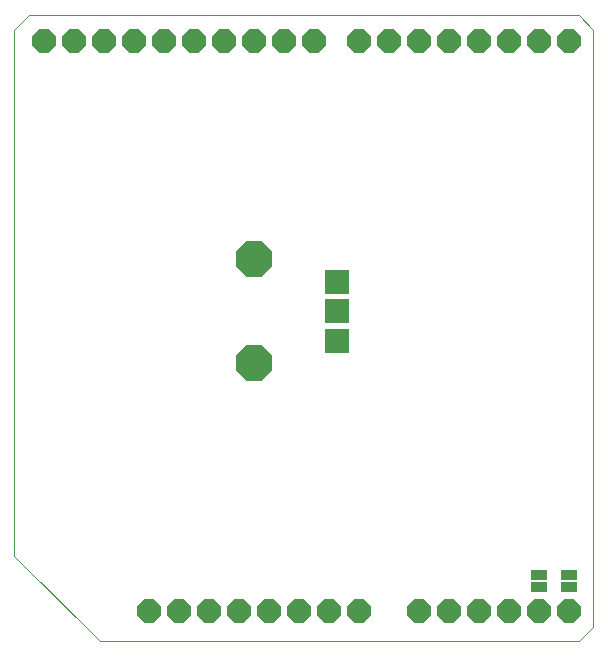
<source format=gbs>
G75*
%MOIN*%
%OFA0B0*%
%FSLAX25Y25*%
%IPPOS*%
%LPD*%
%AMOC8*
5,1,8,0,0,1.08239X$1,22.5*
%
%ADD10C,0.00004*%
%ADD11R,0.05787X0.03287*%
%ADD12R,0.08187X0.08187*%
%ADD13OC8,0.11811*%
%ADD14OC8,0.07787*%
D10*
X0008874Y0037220D02*
X0037220Y0008874D01*
X0197063Y0008874D01*
X0201787Y0013598D01*
X0201787Y0212811D01*
X0197063Y0217535D01*
X0013598Y0217535D01*
X0008874Y0212811D01*
X0008874Y0037220D01*
D11*
X0183874Y0030874D03*
X0183874Y0026874D03*
X0193874Y0026874D03*
X0193874Y0030874D03*
D12*
X0116433Y0109031D03*
X0116433Y0118874D03*
X0116433Y0128717D03*
D13*
X0088874Y0136197D03*
X0088874Y0101551D03*
D14*
X0083874Y0018874D03*
X0073874Y0018874D03*
X0063874Y0018874D03*
X0053874Y0018874D03*
X0093874Y0018874D03*
X0103874Y0018874D03*
X0113874Y0018874D03*
X0123874Y0018874D03*
X0143874Y0018874D03*
X0153874Y0018874D03*
X0163874Y0018874D03*
X0173874Y0018874D03*
X0183874Y0018874D03*
X0193874Y0018874D03*
X0193874Y0208874D03*
X0183874Y0208874D03*
X0173874Y0208874D03*
X0163874Y0208874D03*
X0153874Y0208874D03*
X0143874Y0208874D03*
X0133874Y0208874D03*
X0123874Y0208874D03*
X0108874Y0208874D03*
X0098874Y0208874D03*
X0088874Y0208874D03*
X0078874Y0208874D03*
X0068874Y0208874D03*
X0058874Y0208874D03*
X0048874Y0208874D03*
X0038874Y0208874D03*
X0028874Y0208874D03*
X0018874Y0208874D03*
M02*

</source>
